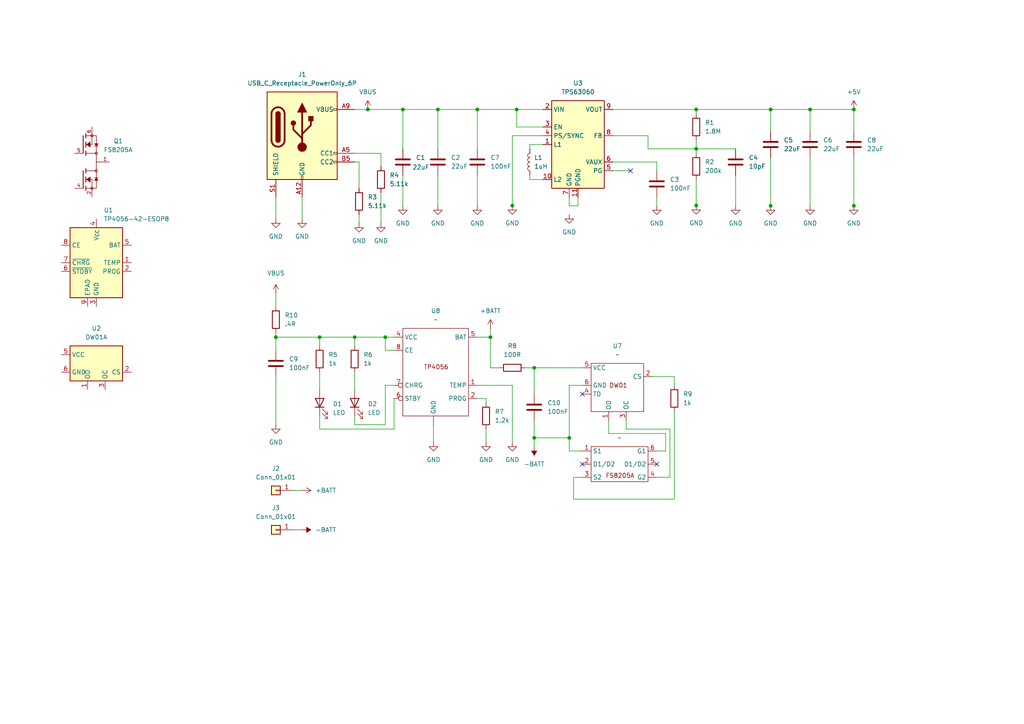
<source format=kicad_sch>
(kicad_sch (version 20250114) (generator "eeschema") (generator_version "9.0")
  (paper "A4")
  (lib_symbols
    (symbol "Battery_Management:DW01A"
      (property "Reference" "U" (at -6.604 6.35 0))
      (property "Value" "DW01A" (at 4.318 6.604 0))
      (symbol "DW01A_0_1"
        (pin power_in line (at -10.16 2.54 0) (length 2.54) (name "VCC") (number "5"))
        (pin power_in line (at -10.16 -2.54 0) (length 2.54) (name "GND") (number "6"))
        (pin output line (at -2.54 -7.62 90) (length 2.54) (name "OD") (number "1"))
        (pin output line (at 2.54 -7.62 90) (length 2.54) (name "OC") (number "3"))
        (pin input line (at 10.16 -2.54 180) (length 2.54) (name "CS") (number "2"))
      )
      (symbol "DW01A_1_1"
        (rectangle (start -7.62 5.08) (end 7.62 -5.08) (stroke (width 0.254)) (fill (type background)))
        (pin no_connect line (at 10.16 2.54 180) (length 2.54) (hide yes) (name "TD") (number "4"))
      )
    )
    (symbol "Battery_Management:TP4056-42-ESOP8"
      (property "Reference" "U" (at -6.604 11.684 0))
      (property "Value" "TP4056-42-ESOP8" (at 10.16 11.684 0))
      (symbol "TP4056-42-ESOP8_1_0"
        (pin input line (at -10.16 5.08 0) (length 2.54) (name "CE") (number "8"))
        (pin open_collector line (at -10.16 0 0) (length 2.54) (name "~{CHRG}") (number "7"))
        (pin open_collector line (at -10.16 -2.54 0) (length 2.54) (name "~{STDBY}") (number "6"))
        (pin passive line (at -2.54 -12.7 90) (length 2.54) (name "EPAD") (number "9"))
        (pin power_in line (at 0 12.7 270) (length 2.54) (name "V_{CC}") (number "4"))
        (pin power_in line (at 0 -12.7 90) (length 2.54) (name "GND") (number "3"))
        (pin power_out line (at 10.16 5.08 180) (length 2.54) (name "BAT") (number "5"))
        (pin input line (at 10.16 0 180) (length 2.54) (name "TEMP") (number "1"))
        (pin passive line (at 10.16 -2.54 180) (length 2.54) (name "PROG") (number "2"))
      )
      (symbol "TP4056-42-ESOP8_1_1"
        (rectangle (start -7.62 10.16) (end 7.62 -10.16) (stroke (width 0.254)) (fill (type background)))
      )
    )
    (symbol "Connector:USB_C_Receptacle_PowerOnly_6P" (pin_names (offset 1.016))
      (property "Reference" "J" (at 0 16.51 0))
      (property "Value" "USB_C_Receptacle_PowerOnly_6P" (at 0 13.97 0))
      (symbol "USB_C_Receptacle_PowerOnly_6P_0_0"
        (rectangle (start -0.254 -12.7) (end 0.254 -11.684))
        (rectangle (start 10.16 7.874) (end 9.144 7.366))
        (rectangle (start 10.16 -4.826) (end 9.144 -5.334))
        (rectangle (start 10.16 -7.366) (end 9.144 -7.874))
      )
      (symbol "USB_C_Receptacle_PowerOnly_6P_0_1"
        (rectangle (start -10.16 12.7) (end 10.16 -12.7) (stroke (width 0.254)) (fill (type background)))
        (polyline (pts (xy -8.89 -1.27) (xy -8.89 6.35)) (stroke (width 0.508)))
        (rectangle (start -7.62 -1.27) (end -6.35 6.35) (stroke (width 0.254)) (fill (type outline)))
        (arc (start -7.62 6.35) (mid -6.985 6.9823) (end -6.35 6.35) (stroke (width 0.254)))
        (arc (start -7.62 6.35) (mid -6.985 6.9823) (end -6.35 6.35) (stroke (width 0.254)) (fill (type outline)))
        (arc (start -8.89 6.35) (mid -6.985 8.2467) (end -5.08 6.35) (stroke (width 0.508)))
        (arc (start -5.08 -1.27) (mid -6.985 -3.1667) (end -8.89 -1.27) (stroke (width 0.508)))
        (arc (start -6.35 -1.27) (mid -6.985 -1.9023) (end -7.62 -1.27) (stroke (width 0.254)))
        (arc (start -6.35 -1.27) (mid -6.985 -1.9023) (end -7.62 -1.27) (stroke (width 0.254)) (fill (type outline)))
        (polyline (pts (xy -5.08 6.35) (xy -5.08 -1.27)) (stroke (width 0.508)))
        (circle (center -2.54 3.683) (radius 0.635) (stroke (width 0.254)) (fill (type outline)))
        (polyline (pts (xy -1.27 6.858) (xy 0 9.398) (xy 1.27 6.858) (xy -1.27 6.858)) (stroke (width 0.254)) (fill (type outline)))
        (polyline (pts (xy 0 0.508) (xy 2.54 3.048) (xy 2.54 4.318)) (stroke (width 0.508)))
        (polyline (pts (xy 0 -0.762) (xy -2.54 1.778) (xy -2.54 3.048)) (stroke (width 0.508)))
        (polyline (pts (xy 0 -3.302) (xy 0 6.858)) (stroke (width 0.508)))
        (circle (center 0 -3.302) (radius 1.27) (fill (type outline)))
        (rectangle (start 1.905 4.318) (end 3.175 5.588) (stroke (width 0.254)) (fill (type outline)))
      )
      (symbol "USB_C_Receptacle_PowerOnly_6P_1_1"
        (pin passive line (at -7.62 -17.78 90) (length 5.08) (name "SHIELD") (number "S1"))
        (pin passive line (at 0 -17.78 90) (length 5.08) (name "GND") (number "A12"))
        (pin passive line (at 0 -17.78 90) (length 5.08) (hide yes) (name "GND") (number "B12"))
        (pin passive line (at 15.24 7.62 180) (length 5.08) (name "VBUS") (number "A9"))
        (pin passive line (at 15.24 7.62 180) (length 5.08) (hide yes) (name "VBUS") (number "B9"))
        (pin bidirectional line (at 15.24 -5.08 180) (length 5.08) (name "CC1") (number "A5"))
        (pin bidirectional line (at 15.24 -7.62 180) (length 5.08) (name "CC2") (number "B5"))
      )
    )
    (symbol "Connector_Generic:Conn_01x01" (pin_names (offset 1.016) (hide yes))
      (property "Reference" "J" (at 0 2.54 0))
      (property "Value" "Conn_01x01" (at 0 -2.54 0))
      (symbol "Conn_01x01_1_1"
        (rectangle (start -1.27 1.27) (end 1.27 -1.27) (stroke (width 0.254)) (fill (type background)))
        (rectangle (start -1.27 0.127) (end 0 -0.127) (stroke (width 0.1524)))
        (pin passive line (at -5.08 0 0) (length 3.81) (name "Pin_1") (number "1"))
      )
    )
    (symbol "Device:C" (pin_numbers (hide yes)) (pin_names (offset 0.254))
      (property "Reference" "C" (at 0.635 2.54 0))
      (property "Value" "C" (at 0.635 -2.54 0))
      (symbol "C_0_1"
        (polyline (pts (xy -2.032 0.762) (xy 2.032 0.762)) (stroke (width 0.508)))
        (polyline (pts (xy -2.032 -0.762) (xy 2.032 -0.762)) (stroke (width 0.508)))
      )
      (symbol "C_1_1"
        (pin passive line (at 0 3.81 270) (length 2.794) (name "~") (number "1"))
        (pin passive line (at 0 -3.81 90) (length 2.794) (name "~") (number "2"))
      )
    )
    (symbol "Device:L" (pin_numbers (hide yes)) (pin_names (offset 1.016) (hide yes))
      (property "Reference" "L" (at -1.27 0 90))
      (property "Value" "L" (at 1.905 0 90))
      (symbol "L_0_1"
        (arc (start 0 2.54) (mid 0.6323 1.905) (end 0 1.27))
        (arc (start 0 1.27) (mid 0.6323 0.635) (end 0 0))
        (arc (start 0 0) (mid 0.6323 -0.635) (end 0 -1.27))
        (arc (start 0 -1.27) (mid 0.6323 -1.905) (end 0 -2.54))
      )
      (symbol "L_1_1"
        (pin passive line (at 0 3.81 270) (length 1.27) (name "1") (number "1"))
        (pin passive line (at 0 -3.81 90) (length 1.27) (name "2") (number "2"))
      )
    )
    (symbol "Device:LED" (pin_numbers (hide yes)) (pin_names (offset 1.016) (hide yes))
      (property "Reference" "D" (at 0 2.54 0))
      (property "Value" "LED" (at 0 -2.54 0))
      (symbol "LED_0_1"
        (polyline (pts (xy -3.048 -0.762) (xy -4.572 -2.286) (xy -3.81 -2.286) (xy -4.572 -2.286) (xy -4.572 -1.524)))
        (polyline (pts (xy -1.778 -0.762) (xy -3.302 -2.286) (xy -2.54 -2.286) (xy -3.302 -2.286) (xy -3.302 -1.524)))
        (polyline (pts (xy -1.27 0) (xy 1.27 0)))
        (polyline (pts (xy -1.27 -1.27) (xy -1.27 1.27)) (stroke (width 0.254)))
        (polyline (pts (xy 1.27 -1.27) (xy 1.27 1.27) (xy -1.27 0) (xy 1.27 -1.27)) (stroke (width 0.254)))
      )
      (symbol "LED_1_1"
        (pin passive line (at -3.81 0 0) (length 2.54) (name "K") (number "1"))
        (pin passive line (at 3.81 0 180) (length 2.54) (name "A") (number "2"))
      )
    )
    (symbol "Device:R" (pin_numbers (hide yes)) (pin_names (offset 0))
      (property "Reference" "R" (at 2.032 0 90))
      (property "Value" "R" (at 0 0 90))
      (symbol "R_0_1"
        (rectangle (start -1.016 -2.54) (end 1.016 2.54) (stroke (width 0.254)))
      )
      (symbol "R_1_1"
        (pin passive line (at 0 3.81 270) (length 1.27) (name "~") (number "1"))
        (pin passive line (at 0 -3.81 90) (length 1.27) (name "~") (number "2"))
      )
    )
    (symbol "FS8205:FS8205A" (pin_names (offset 1.016))
      (property "Reference" "Q" (at -11.43 7.62 0))
      (property "Value" "FS8205A" (at -11.43 -12.7 0))
      (symbol "FS8205A_0_0"
        (polyline (pts (xy -2.54 7.62) (xy -2.54 2.54)) (stroke (width 0.254)))
        (polyline (pts (xy -2.54 -2.54) (xy -2.54 -7.62)) (stroke (width 0.254)))
        (polyline (pts (xy -1.778 8.255) (xy -1.778 7.62)) (stroke (width 0.254)))
        (polyline (pts (xy -1.778 7.62) (xy -1.778 6.985)) (stroke (width 0.254)))
        (polyline (pts (xy -1.778 7.62) (xy 1.27 7.62)) (stroke (width 0.1524)))
        (polyline (pts (xy -1.778 5.842) (xy -1.778 5.08)) (stroke (width 0.254)))
        (polyline (pts (xy -1.778 5.08) (xy -1.778 4.318)) (stroke (width 0.254)))
        (polyline (pts (xy -1.778 5.08) (xy 0 5.08)) (stroke (width 0.1524)))
        (polyline (pts (xy -1.778 3.175) (xy -1.778 2.54)) (stroke (width 0.254)))
        (polyline (pts (xy -1.778 2.54) (xy -1.778 1.905)) (stroke (width 0.254)))
        (polyline (pts (xy -1.778 -1.905) (xy -1.778 -2.54)) (stroke (width 0.254)))
        (polyline (pts (xy -1.778 -2.54) (xy -1.778 -3.175)) (stroke (width 0.254)))
        (polyline (pts (xy -1.778 -2.54) (xy 1.27 -2.54)) (stroke (width 0.1524)))
        (polyline (pts (xy -1.778 -4.318) (xy -1.778 -5.08)) (stroke (width 0.254)))
        (polyline (pts (xy -1.778 -5.08) (xy -1.778 -5.842)) (stroke (width 0.254)))
        (polyline (pts (xy -1.778 -5.08) (xy 0 -5.08)) (stroke (width 0.1524)))
        (polyline (pts (xy -1.778 -6.985) (xy -1.778 -7.62)) (stroke (width 0.254)))
        (polyline (pts (xy -1.778 -7.62) (xy -1.778 -8.255)) (stroke (width 0.254)))
        (polyline (pts (xy -1.524 5.08) (xy -0.508 5.842) (xy -0.508 4.318) (xy -1.524 5.08)) (stroke (width 0.1524)) (fill (type outline)))
        (polyline (pts (xy -1.524 -5.08) (xy -0.508 -4.318) (xy -0.508 -5.842) (xy -1.524 -5.08)) (stroke (width 0.1524)) (fill (type outline)))
        (circle (center 0 7.62) (radius 0.3592))
        (polyline (pts (xy 0 7.62) (xy 0 5.08)) (stroke (width 0.1524)))
        (polyline (pts (xy 0 -5.08) (xy 0 -7.62)) (stroke (width 0.1524)))
        (polyline (pts (xy 0 -7.62) (xy -1.778 -7.62)) (stroke (width 0.1524)))
        (polyline (pts (xy 0 -7.62) (xy 1.27 -7.62)) (stroke (width 0.1524)))
        (circle (center 0 -7.62) (radius 0.3592))
        (polyline (pts (xy 0.762 4.572) (xy 1.27 4.572)) (stroke (width 0.1524)))
        (polyline (pts (xy 1.27 4.572) (xy 1.27 7.62)) (stroke (width 0.1524)))
        (polyline (pts (xy 1.27 4.572) (xy 1.778 4.572)) (stroke (width 0.1524)))
        (polyline (pts (xy 1.27 4.572) (xy 1.778 5.334) (xy 0.762 5.334) (xy 1.27 4.572)) (stroke (width 0.1524)) (fill (type outline)))
        (polyline (pts (xy 1.27 2.54) (xy -1.778 2.54)) (stroke (width 0.1524)))
        (polyline (pts (xy 1.27 2.54) (xy 1.27 4.572)) (stroke (width 0.1524)))
        (circle (center 1.27 2.54) (radius 0.3592))
        (polyline (pts (xy 1.27 0) (xy 1.27 2.54)) (stroke (width 0.1524)))
        (polyline (pts (xy 1.27 0) (xy 2.54 0)) (stroke (width 0.1524)))
        (polyline (pts (xy 1.27 -2.54) (xy 1.27 0)) (stroke (width 0.1524)))
        (polyline (pts (xy 1.27 -2.54) (xy 1.27 -4.572)) (stroke (width 0.1524)))
        (circle (center 1.27 -2.54) (radius 0.3592))
        (polyline (pts (xy 1.27 -4.572) (xy 0.762 -4.572)) (stroke (width 0.1524)))
        (polyline (pts (xy 1.27 -4.572) (xy 1.27 -7.62)) (stroke (width 0.1524)))
        (polyline (pts (xy 1.27 -4.572) (xy 0.762 -5.334) (xy 1.778 -5.334) (xy 1.27 -4.572)) (stroke (width 0.1524)) (fill (type outline)))
        (polyline (pts (xy 1.778 -4.572) (xy 1.27 -4.572)) (stroke (width 0.1524)))
        (pin passive line (at -5.08 2.54 0) (length 2.54) (name "~") (number "5"))
        (pin passive line (at -5.08 -7.62 0) (length 2.54) (name "~") (number "4"))
        (pin passive line (at 0 10.16 270) (length 2.54) (name "~") (number "6"))
        (pin passive line (at 0 10.16 270) (length 2.54) (hide yes) (name "~") (number "7"))
        (pin passive line (at 0 -10.16 90) (length 2.54) (name "~") (number "2"))
        (pin passive line (at 0 -10.16 90) (length 2.54) (hide yes) (name "~") (number "3"))
        (pin passive line (at 5.08 0 180) (length 2.54) (name "~") (number "1"))
        (pin passive line (at 5.08 0 180) (length 2.54) (hide yes) (name "~") (number "8"))
      )
    )
    (symbol "Regulator_Switching:TPS63060"
      (property "Reference" "U" (at -7.62 13.97 0))
      (property "Value" "TPS63060" (at 2.54 13.97 0))
      (symbol "TPS63060_0_1"
        (rectangle (start -7.62 12.7) (end 7.62 -12.7) (stroke (width 0.254)) (fill (type background)))
      )
      (symbol "TPS63060_1_1"
        (pin power_in line (at -10.16 10.16 0) (length 2.54) (name "VIN") (number "2"))
        (pin input line (at -10.16 5.08 0) (length 2.54) (name "EN") (number "3"))
        (pin input line (at -10.16 2.54 0) (length 2.54) (name "PS/SYNC") (number "4"))
        (pin input line (at -10.16 0 0) (length 2.54) (name "L1") (number "1"))
        (pin input line (at -10.16 -10.16 0) (length 2.54) (name "L2") (number "10"))
        (pin power_in line (at -2.54 -15.24 90) (length 2.54) (name "GND") (number "7"))
        (pin power_in line (at 0 -15.24 90) (length 2.54) (name "PGND") (number "11"))
        (pin power_out line (at 10.16 10.16 180) (length 2.54) (name "VOUT") (number "9"))
        (pin input line (at 10.16 2.54 180) (length 2.54) (name "FB") (number "8"))
        (pin passive line (at 10.16 -5.08 180) (length 2.54) (name "VAUX") (number "6"))
        (pin output line (at 10.16 -7.62 180) (length 2.54) (name "PG") (number "5"))
      )
    )
    (symbol "TP4056-1:DW01"
      (property "Reference" "U" (at 5.334 3.302 0))
      (symbol "DW01_0_1"
        (rectangle (start -2.54 1.27) (end 12.7 -12.7))
      )
      (symbol "DW01_1_1"
        (text "DW01" (at 5.334 -5.08 0) (effects (font (size 1.27 1.27))))
        (pin output line (at -5.08 0 0) (length 2.54) (name "VCC") (number "5"))
        (pin output line (at -5.08 -5.08 0) (length 2.54) (name "GND") (number "6"))
        (pin output line (at -5.08 -7.62 0) (length 2.54) (name "TD") (number "4"))
        (pin output line (at 2.54 -15.24 90) (length 2.54) (name "OD") (number "1"))
        (pin output line (at 7.62 -15.24 90) (length 2.54) (name "OC") (number "3"))
        (pin output line (at 15.24 -2.54 180) (length 2.54) (name "CS") (number "2"))
      )
    )
    (symbol "TP4056-1:FS8205A"
      (property "Reference" "U" (at 5.842 1.778 0))
      (symbol "FS8205A_0_1"
        (rectangle (start -2.54 -10.16) (end 13.97 0))
      )
      (symbol "FS8205A_1_1"
        (text "FS8205A" (at 5.842 -8.382 0) (effects (font (size 1.27 1.27))))
        (pin output line (at -5.08 -1.27 0) (length 2.54) (name "S1") (number "1"))
        (pin output line (at -5.08 -5.08 0) (length 2.54) (name "D1/D2") (number "2"))
        (pin output line (at -5.08 -8.89 0) (length 2.54) (name "S2") (number "3"))
        (pin output line (at 16.51 -1.27 180) (length 2.54) (name "G1") (number "6"))
        (pin output line (at 16.51 -5.08 180) (length 2.54) (name "D1/D2") (number "5"))
        (pin output line (at 16.51 -8.89 180) (length 2.54) (name "G2") (number "4"))
      )
    )
    (symbol "TP4056_1"
      (property "Reference" "U" (at 5.588 1.524 0))
      (symbol "TP4056_1_0_1"
        (rectangle (start -3.81 0) (end 15.24 -25.4))
      )
      (symbol "TP4056_1_1_1"
        (text "TP4056\n" (at 5.842 -11.176 0) (effects (font (size 1.27 1.27))))
        (pin input line (at -6.35 -2.54 0) (length 2.54) (name "VCC") (number "4"))
        (pin input line (at -6.35 -6.35 0) (length 2.54) (name "CE") (number "8"))
        (pin input inverted (at -6.35 -16.51 0) (length 2.54) (name "CHRG") (number "7"))
        (pin input inverted (at -6.35 -20.32 0) (length 2.54) (name "STBY") (number "6"))
        (pin output line (at 5.08 -27.94 90) (length 2.54) (name "GND") (number ""))
        (pin output line (at 17.78 -2.54 180) (length 2.54) (name "BAT") (number "5"))
        (pin output line (at 17.78 -16.51 180) (length 2.54) (name "TEMP") (number "1"))
        (pin output line (at 17.78 -20.32 180) (length 2.54) (name "PROG") (number "2"))
      )
    )
    (symbol "power:+5V" (power) (pin_numbers (hide yes)) (pin_names (offset 0) (hide yes))
      (property "Value" "+5V" (at 0 3.556 0))
      (symbol "+5V_0_1"
        (polyline (pts (xy -0.762 1.27) (xy 0 2.54)))
        (polyline (pts (xy 0 2.54) (xy 0.762 1.27)))
        (polyline (pts (xy 0 0) (xy 0 2.54)))
      )
      (symbol "+5V_1_1"
        (pin power_in line (at 0 0 90) (length 0) (name "~") (number "1"))
      )
    )
    (symbol "power:+BATT" (power) (pin_numbers (hide yes)) (pin_names (offset 0) (hide yes))
      (property "Value" "+BATT" (at 0 3.556 0))
      (symbol "+BATT_0_1"
        (polyline (pts (xy -0.762 1.27) (xy 0 2.54)))
        (polyline (pts (xy 0 2.54) (xy 0.762 1.27)))
        (polyline (pts (xy 0 0) (xy 0 2.54)))
      )
      (symbol "+BATT_1_1"
        (pin power_in line (at 0 0 90) (length 0) (name "~") (number "1"))
      )
    )
    (symbol "power:-BATT" (power) (pin_numbers (hide yes)) (pin_names (offset 0) (hide yes))
      (property "Value" "-BATT" (at 0 3.556 0))
      (symbol "-BATT_0_1"
        (polyline (pts (xy 0 0) (xy 0 2.54)))
        (polyline (pts (xy 0.762 1.27) (xy -0.762 1.27) (xy 0 2.54) (xy 0.762 1.27)) (fill (type outline)))
      )
      (symbol "-BATT_1_1"
        (pin power_in line (at 0 0 90) (length 0) (name "~") (number "1"))
      )
    )
    (symbol "power:GND" (power) (pin_numbers (hide yes)) (pin_names (offset 0) (hide yes))
      (property "Value" "GND" (at 0 -3.81 0))
      (symbol "GND_0_1"
        (polyline (pts (xy 0 0) (xy 0 -1.27) (xy 1.27 -1.27) (xy 0 -2.54) (xy -1.27 -1.27) (xy 0 -1.27)))
      )
      (symbol "GND_1_1"
        (pin power_in line (at 0 0 270) (length 0) (name "~") (number "1"))
      )
    )
    (symbol "power:VBUS" (power) (pin_numbers (hide yes)) (pin_names (offset 0) (hide yes))
      (property "Value" "VBUS" (at 0 3.556 0))
      (symbol "VBUS_0_1"
        (polyline (pts (xy -0.762 1.27) (xy 0 2.54)))
        (polyline (pts (xy 0 2.54) (xy 0.762 1.27)))
        (polyline (pts (xy 0 0) (xy 0 2.54)))
      )
      (symbol "VBUS_1_1"
        (pin power_in line (at 0 0 90) (length 0) (name "~") (number "1"))
      )
    )
  )
  (junction (at 234.95 31.75))
  (junction (at 247.65 59.6882))
  (junction (at 111.76 97.79))
  (junction (at 201.93 43.18))
  (junction (at 149.86 31.75))
  (junction (at 154.94 127))
  (junction (at 247.65 31.75))
  (junction (at 116.84 31.75))
  (junction (at 201.93 31.75))
  (junction (at 127 31.75))
  (junction (at 201.93 59.5885))
  (junction (at 102.87 97.79))
  (junction (at 148.59 59.6379))
  (junction (at 80.01 97.79))
  (junction (at 106.68 31.75))
  (junction (at 223.52 31.75))
  (junction (at 142.24 97.79))
  (junction (at 92.71 97.79))
  (junction (at 154.94 106.68))
  (junction (at 223.52 59.6882))
  (junction (at 138.43 31.75))
  (junction (at 165.1 127))
  (no_connect (at 182.88 49.53))
  (no_connect (at 168.91 134.62))
  (no_connect (at 190.5 134.62))
  (no_connect (at 168.91 114.3))
  (wire (pts (xy 153.67 43.18) (xy 153.67 41.91)))
  (wire (pts (xy 165.1 59.69) (xy 167.64 59.69)))
  (wire (pts (xy 190.5 49.53) (xy 190.5 46.99)))
  (wire (pts (xy 127 31.75) (xy 138.43 31.75)))
  (wire (pts (xy 194.31 124.46) (xy 194.31 138.43)))
  (wire (pts (xy 148.59 111.76) (xy 148.59 128.27)))
  (wire (pts (xy 140.97 124.46) (xy 140.97 128.27)))
  (wire (pts (xy 92.71 97.79) (xy 92.71 100.33)))
  (wire (pts (xy 85.09 142.24) (xy 87.63 142.24)))
  (wire (pts (xy 149.86 31.75) (xy 157.48 31.75)))
  (wire (pts (xy 195.58 111.76) (xy 195.58 109.22)))
  (wire (pts (xy 106.68 31.75) (xy 116.84 31.75)))
  (wire (pts (xy 154.94 106.68) (xy 168.91 106.68)))
  (wire (pts (xy 154.94 127) (xy 165.1 127)))
  (wire (pts (xy 223.52 31.75) (xy 223.52 38.1)))
  (wire (pts (xy 110.49 48.26) (xy 110.49 44.45)))
  (wire (pts (xy 138.43 50.8) (xy 138.43 59.69)))
  (wire (pts (xy 153.67 52.07) (xy 153.67 50.8)))
  (wire (pts (xy 104.14 46.99) (xy 102.87 46.99)))
  (wire (pts (xy 80.01 109.22) (xy 80.01 123.19)))
  (wire (pts (xy 138.43 31.75) (xy 138.43 43.18)))
  (wire (pts (xy 142.24 106.68) (xy 142.24 97.79)))
  (wire (pts (xy 213.36 50.8) (xy 213.36 59.69)))
  (wire (pts (xy 157.48 36.83) (xy 149.86 36.83)))
  (wire (pts (xy 190.5 46.99) (xy 177.8 46.99)))
  (wire (pts (xy 176.53 125.73) (xy 176.53 121.92)))
  (wire (pts (xy 140.97 115.57) (xy 138.43 115.57)))
  (wire (pts (xy 102.87 107.95) (xy 102.87 113.03)))
  (wire (pts (xy 116.84 31.75) (xy 127 31.75)))
  (wire (pts (xy 116.84 50.8) (xy 116.84 59.69)))
  (wire (pts (xy 157.48 52.07) (xy 153.67 52.07)))
  (wire (pts (xy 85.09 153.67) (xy 87.63 153.67)))
  (wire (pts (xy 166.37 138.43) (xy 166.37 144.78)))
  (wire (pts (xy 111.76 101.6) (xy 111.76 97.79)))
  (wire (pts (xy 111.76 111.76) (xy 111.76 123.19)))
  (wire (pts (xy 187.96 43.18) (xy 201.93 43.18)))
  (wire (pts (xy 181.61 121.92) (xy 181.61 124.46)))
  (wire (pts (xy 167.64 57.15) (xy 167.64 59.69)))
  (wire (pts (xy 114.3 124.46) (xy 92.71 124.46)))
  (wire (pts (xy 201.93 31.75) (xy 201.93 33.02)))
  (wire (pts (xy 168.91 111.76) (xy 165.1 111.76)))
  (wire (pts (xy 193.04 130.81) (xy 193.04 125.73)))
  (wire (pts (xy 154.94 127) (xy 154.94 129.54)))
  (wire (pts (xy 194.31 138.43) (xy 190.5 138.43)))
  (wire (pts (xy 110.49 44.45) (xy 102.87 44.45)))
  (wire (pts (xy 114.3 97.79) (xy 111.76 97.79)))
  (wire (pts (xy 187.96 39.37) (xy 187.96 43.18)))
  (wire (pts (xy 154.94 121.92) (xy 154.94 127)))
  (wire (pts (xy 165.1 130.81) (xy 168.91 130.81)))
  (wire (pts (xy 148.59 39.37) (xy 148.59 59.6379)))
  (wire (pts (xy 80.01 97.79) (xy 80.01 101.6)))
  (wire (pts (xy 223.52 45.72) (xy 223.52 59.6882)))
  (wire (pts (xy 223.52 31.75) (xy 234.95 31.75)))
  (wire (pts (xy 80.01 96.52) (xy 80.01 97.79)))
  (wire (pts (xy 234.95 31.75) (xy 247.65 31.75)))
  (wire (pts (xy 114.3 115.57) (xy 114.3 124.46)))
  (wire (pts (xy 177.8 39.37) (xy 187.96 39.37)))
  (wire (pts (xy 201.93 43.18) (xy 201.93 44.45)))
  (wire (pts (xy 104.14 46.99) (xy 104.14 54.61)))
  (wire (pts (xy 92.71 97.79) (xy 80.01 97.79)))
  (wire (pts (xy 92.71 107.95) (xy 92.71 113.03)))
  (wire (pts (xy 223.52 59.6882) (xy 223.52 59.69)))
  (wire (pts (xy 138.43 111.76) (xy 148.59 111.76)))
  (wire (pts (xy 80.01 85.09) (xy 80.01 88.9)))
  (wire (pts (xy 201.93 31.75) (xy 223.52 31.75)))
  (wire (pts (xy 153.67 41.91) (xy 157.48 41.91)))
  (wire (pts (xy 102.87 97.79) (xy 102.87 100.33)))
  (wire (pts (xy 102.87 97.79) (xy 92.71 97.79)))
  (wire (pts (xy 127 43.18) (xy 127 31.75)))
  (wire (pts (xy 177.8 49.53) (xy 182.88 49.53)))
  (wire (pts (xy 127 50.8) (xy 127 59.69)))
  (wire (pts (xy 201.93 43.18) (xy 213.36 43.18)))
  (wire (pts (xy 177.8 31.75) (xy 201.93 31.75)))
  (wire (pts (xy 201.93 43.18) (xy 201.93 40.64)))
  (wire (pts (xy 111.76 97.79) (xy 102.87 97.79)))
  (wire (pts (xy 110.49 55.88) (xy 110.49 64.77)))
  (wire (pts (xy 181.61 124.46) (xy 194.31 124.46)))
  (wire (pts (xy 166.37 144.78) (xy 195.58 144.78)))
  (wire (pts (xy 102.87 31.75) (xy 106.68 31.75)))
  (wire (pts (xy 148.59 59.6379) (xy 148.59 59.69)))
  (wire (pts (xy 114.3 111.76) (xy 111.76 111.76)))
  (wire (pts (xy 144.78 106.68) (xy 142.24 106.68)))
  (wire (pts (xy 104.14 62.23) (xy 104.14 64.77)))
  (wire (pts (xy 193.04 125.73) (xy 176.53 125.73)))
  (wire (pts (xy 165.1 57.15) (xy 165.1 59.69)))
  (wire (pts (xy 80.01 57.15) (xy 80.01 63.5)))
  (wire (pts (xy 152.4 106.68) (xy 154.94 106.68)))
  (wire (pts (xy 154.94 106.68) (xy 154.94 114.3)))
  (wire (pts (xy 165.1 111.76) (xy 165.1 127)))
  (wire (pts (xy 142.24 95.25) (xy 142.24 97.79)))
  (wire (pts (xy 140.97 116.84) (xy 140.97 115.57)))
  (wire (pts (xy 157.48 39.37) (xy 148.59 39.37)))
  (wire (pts (xy 168.91 138.43) (xy 166.37 138.43)))
  (wire (pts (xy 111.76 123.19) (xy 102.87 123.19)))
  (wire (pts (xy 149.86 36.83) (xy 149.86 31.75)))
  (wire (pts (xy 190.5 130.81) (xy 193.04 130.81)))
  (wire (pts (xy 201.93 59.5885) (xy 201.93 59.69)))
  (wire (pts (xy 125.73 123.19) (xy 125.73 128.27)))
  (wire (pts (xy 247.65 59.6882) (xy 247.65 59.69)))
  (wire (pts (xy 92.71 124.46) (xy 92.71 120.65)))
  (wire (pts (xy 195.58 144.78) (xy 195.58 119.38)))
  (wire (pts (xy 195.58 109.22) (xy 189.23 109.22)))
  (wire (pts (xy 234.95 31.75) (xy 234.95 38.1)))
  (wire (pts (xy 190.5 57.15) (xy 190.5 59.69)))
  (wire (pts (xy 102.87 123.19) (xy 102.87 120.65)))
  (wire (pts (xy 138.43 97.79) (xy 142.24 97.79)))
  (wire (pts (xy 247.65 31.75) (xy 247.65 38.1)))
  (wire (pts (xy 87.63 57.15) (xy 87.63 63.5)))
  (wire (pts (xy 201.93 52.07) (xy 201.93 59.5885)))
  (wire (pts (xy 116.84 43.18) (xy 116.84 31.75)))
  (wire (pts (xy 138.43 31.75) (xy 149.86 31.75)))
  (wire (pts (xy 165.1 127) (xy 165.1 130.81)))
  (wire (pts (xy 234.95 45.72) (xy 234.95 59.69)))
  (wire (pts (xy 247.65 45.72) (xy 247.65 59.6882)))
  (wire (pts (xy 114.3 101.6) (xy 111.76 101.6)))
  (symbol (lib_id "power:GND") (at 234.95 59.69 0) (unit 1)
    (property "Reference" "#PWR014" (effects (hide yes)))
    (property "Value" "GND" (at 234.95 64.77 0))
    (property "Description" "Power symbol creates a global label with name \"GND\" , ground" (effects (hide yes)))
  )
  (symbol (lib_id "power:GND") (at 201.93 59.5885 0) (unit 1)
    (property "Reference" "#PWR011" (effects (hide yes)))
    (property "Value" "GND" (at 201.93 64.6685 0))
    (property "Description" "Power symbol creates a global label with name \"GND\" , ground" (effects (hide yes)))
  )
  (symbol (lib_id "Device:L") (at 153.67 46.99 180) (unit 1)
    (property "Reference" "L1" (at 154.94 45.7199 0) (effects (justify right)))
    (property "Value" "1uH" (at 154.94 48.2599 0) (effects (justify right)))
    (property "Footprint" "Inductor_SMD:L_Coilcraft_XAL4020-XXX" (effects (hide yes)))
    (property "Description" "Inductor" (effects (hide yes)))
  )
  (symbol (lib_id "Device:R") (at 195.58 115.57 0) (unit 1)
    (property "Reference" "R9" (at 198.12 114.2999 0) (effects (justify left)))
    (property "Value" "1k" (at 198.12 116.8399 0) (effects (justify left)))
    (property "Description" "Resistor" (effects (hide yes)))
  )
  (symbol (lib_id "Device:C") (at 223.52 41.91 0) (unit 1)
    (property "Reference" "C5" (at 227.33 40.6399 0) (effects (justify left)))
    (property "Value" "22uF" (at 227.33 43.1799 0) (effects (justify left)))
    (property "Footprint" "Capacitor_SMD:C_0805_2012Metric" (effects (hide yes)))
    (property "Description" "Unpolarized capacitor" (effects (hide yes)))
  )
  (symbol (lib_id "power:+BATT") (at 87.63 142.24 270) (unit 1)
    (property "Reference" "#PWR026" (effects (hide yes)))
    (property "Value" "+BATT" (at 91.44 142.2399 90) (effects (justify left)))
    (property "Description" "Power symbol creates a global label with name \"+BATT\"" (effects (hide yes)))
  )
  (symbol (lib_id "power:GND") (at 87.63 63.5 0) (unit 1)
    (property "Reference" "#PWR01" (effects (hide yes)))
    (property "Value" "GND" (at 87.63 68.58 0))
    (property "Description" "Power symbol creates a global label with name \"GND\" , ground" (effects (hide yes)))
  )
  (symbol (lib_id "power:-BATT") (at 154.94 129.54 180) (unit 1)
    (property "Reference" "#PWR023" (effects (hide yes)))
    (property "Value" "-BATT" (at 154.94 134.62 0))
    (property "Description" "Power symbol creates a global label with name \"-BATT\"" (effects (hide yes)))
  )
  (symbol (lib_id "Device:C") (at 247.65 41.91 0) (unit 1)
    (property "Reference" "C8" (at 251.46 40.6399 0) (effects (justify left)))
    (property "Value" "22uF" (at 251.46 43.1799 0) (effects (justify left)))
    (property "Footprint" "Capacitor_SMD:C_0805_2012Metric" (effects (hide yes)))
    (property "Description" "Unpolarized capacitor" (effects (hide yes)))
  )
  (symbol (lib_id "power:GND") (at 80.01 63.5 0) (unit 1)
    (property "Reference" "#PWR04" (effects (hide yes)))
    (property "Value" "GND" (at 80.01 68.58 0))
    (property "Description" "Power symbol creates a global label with name \"GND\" , ground" (effects (hide yes)))
  )
  (symbol (lib_id "Regulator_Switching:TPS63060") (at 167.64 41.91 0) (unit 1)
    (property "Reference" "U3" (at 167.64 24.13 0))
    (property "Value" "TPS63060" (at 167.64 26.67 0))
    (property "Footprint" "Package_SON:Texas_S-PWSON-N10_ThermalVias" (effects (hide yes)))
    (property "Datasheet" "http://www.ti.com/lit/ds/symlink/tps63060.pdf" (effects (hide yes)))
    (property "Description" "Buck-Boost Converter, 2.5-12V Input Voltage, 2-A Switch Current, Adjustable 2.5-8V Output Voltage, S-PWSON-N10" (effects (hide yes)))
  )
  (symbol (lib_id "power:+BATT") (at 142.24 95.25 0) (unit 1)
    (property "Reference" "#PWR024" (effects (hide yes)))
    (property "Value" "+BATT" (at 142.24 90.17 0))
    (property "Description" "Power symbol creates a global label with name \"+BATT\"" (effects (hide yes)))
  )
  (symbol (lib_id "Connector_Generic:Conn_01x01") (at 80.01 142.24 180) (unit 1)
    (property "Reference" "J2" (at 80.01 135.89 0))
    (property "Value" "Conn_01x01" (at 80.01 138.43 0))
    (property "Description" "Generic connector, single row, 01x01, script generated (kicad-library-utils/schlib/autogen/connector/)" (effects (hide yes)))
  )
  (symbol (lib_id "Device:R") (at 140.97 120.65 0) (unit 1)
    (property "Reference" "R7" (at 143.51 119.3799 0) (effects (justify left)))
    (property "Value" "1.2k" (at 143.51 121.9199 0) (effects (justify left)))
    (property "Description" "Resistor" (effects (hide yes)))
  )
  (symbol (lib_id "Device:R") (at 110.49 52.07 0) (unit 1)
    (property "Reference" "R4" (at 113.03 50.7999 0) (effects (justify left)))
    (property "Value" "5.11k" (at 113.03 53.3399 0) (effects (justify left)))
    (property "Footprint" "Resistor_SMD:R_0402_1005Metric" (effects (hide yes)))
    (property "Description" "Resistor" (effects (hide yes)))
  )
  (symbol (lib_id "Device:C") (at 127 46.99 0) (unit 1)
    (property "Reference" "C2" (at 130.81 45.7199 0) (effects (justify left)))
    (property "Value" "22uF" (at 130.81 48.2599 0) (effects (justify left)))
    (property "Footprint" "Capacitor_SMD:C_0805_2012Metric" (effects (hide yes)))
    (property "Description" "Unpolarized capacitor" (effects (hide yes)))
  )
  (symbol (lib_id "power:GND") (at 165.1 62.23 0) (unit 1)
    (property "Reference" "#PWR09" (effects (hide yes)))
    (property "Value" "GND" (at 165.1 67.31 0))
    (property "Description" "Power symbol creates a global label with name \"GND\" , ground" (effects (hide yes)))
  )
  (symbol (lib_id "power:GND") (at 223.52 59.6882 0) (unit 1)
    (property "Reference" "#PWR013" (effects (hide yes)))
    (property "Value" "GND" (at 223.52 64.7682 0))
    (property "Description" "Power symbol creates a global label with name \"GND\" , ground" (effects (hide yes)))
  )
  (symbol (lib_id "power:GND") (at 138.43 59.69 0) (unit 1)
    (property "Reference" "#PWR07" (effects (hide yes)))
    (property "Value" "GND" (at 138.43 64.77 0))
    (property "Description" "Power symbol creates a global label with name \"GND\" , ground" (effects (hide yes)))
  )
  (symbol (lib_id "Device:R") (at 92.71 104.14 0) (unit 1)
    (property "Reference" "R5" (at 95.25 102.8699 0) (effects (justify left)))
    (property "Value" "1k" (at 95.25 105.4099 0) (effects (justify left)))
    (property "Description" "Resistor" (effects (hide yes)))
  )
  (symbol (lib_id "power:VBUS") (at 80.01 85.09 0) (unit 1)
    (property "Reference" "#PWR018" (effects (hide yes)))
    (property "Value" "VBUS" (at 80.01 79.248 0))
    (property "Description" "Power symbol creates a global label with name \"VBUS\"" (effects (hide yes)))
  )
  (symbol (lib_id "power:GND") (at 148.59 128.27 0) (unit 1)
    (property "Reference" "#PWR020" (effects (hide yes)))
    (property "Value" "GND" (at 148.59 133.35 0))
    (property "Description" "Power symbol creates a global label with name \"GND\" , ground" (effects (hide yes)))
  )
  (symbol (lib_name "TP4056_1") (lib_id "TP4056-1:TP4056") (at 120.65 95.25 0) (unit 1)
    (property "Reference" "U8" (at 126.365 90.17 0))
    (property "Value" "~" (at 126.365 92.71 0))
  )
  (symbol (lib_id "power:GND") (at 148.59 59.6379 0) (unit 1)
    (property "Reference" "#PWR08" (effects (hide yes)))
    (property "Value" "GND" (at 148.59 64.7179 0))
    (property "Description" "Power symbol creates a global label with name \"GND\" , ground" (effects (hide yes)))
  )
  (symbol (lib_id "power:+5V") (at 247.65 31.75 0) (unit 1)
    (property "Reference" "#PWR02" (effects (hide yes)))
    (property "Value" "+5V" (at 247.65 26.67 0))
    (property "Description" "Power symbol creates a global label with name \"+5V\"" (effects (hide yes)))
  )
  (symbol (lib_id "Device:LED") (at 102.87 116.84 90) (unit 1)
    (property "Reference" "D2" (at 106.68 117.1574 90) (effects (justify right)))
    (property "Value" "LED" (at 106.68 119.6974 90) (effects (justify right)))
    (property "Description" "Light emitting diode" (effects (hide yes)))
    (property "Sim.Pins" "1=K 2=A" (effects (hide yes)))
  )
  (symbol (lib_id "Device:C") (at 80.01 105.41 0) (unit 1)
    (property "Reference" "C9" (at 83.82 104.1399 0) (effects (justify left)))
    (property "Value" "100nF" (at 83.82 106.6799 0) (effects (justify left)))
    (property "Description" "Unpolarized capacitor" (effects (hide yes)))
  )
  (symbol (lib_id "Device:R") (at 148.59 106.68 90) (unit 1)
    (property "Reference" "R8" (at 148.59 100.33 90))
    (property "Value" "100R" (at 148.59 102.87 90))
    (property "Description" "Resistor" (effects (hide yes)))
  )
  (symbol (lib_id "power:GND") (at 127 59.69 0) (unit 1)
    (property "Reference" "#PWR06" (effects (hide yes)))
    (property "Value" "GND" (at 127 64.77 0))
    (property "Description" "Power symbol creates a global label with name \"GND\" , ground" (effects (hide yes)))
  )
  (symbol (lib_id "TP4056-1:DW01") (at 173.99 106.68 0) (unit 1)
    (property "Reference" "U7" (at 179.07 100.33 0))
    (property "Value" "~" (at 179.07 102.87 0))
  )
  (symbol (lib_id "power:VBUS") (at 106.68 31.75 0) (unit 1)
    (property "Reference" "#PWR03" (effects (hide yes)))
    (property "Value" "VBUS" (at 106.68 26.67 0))
    (property "Description" "Power symbol creates a global label with name \"VBUS\"" (effects (hide yes)))
  )
  (symbol (lib_id "Device:LED") (at 92.71 116.84 90) (unit 1)
    (property "Reference" "D1" (at 96.52 117.1574 90) (effects (justify right)))
    (property "Value" "LED" (at 96.52 119.6974 90) (effects (justify right)))
    (property "Description" "Light emitting diode" (effects (hide yes)))
    (property "Sim.Pins" "1=K 2=A" (effects (hide yes)))
  )
  (symbol (lib_id "Device:R") (at 201.93 48.26 0) (unit 1)
    (property "Reference" "R2" (at 204.47 46.9899 0) (effects (justify left)))
    (property "Value" "200k" (at 204.47 49.5299 0) (effects (justify left)))
    (property "Footprint" "Resistor_SMD:R_0402_1005Metric" (effects (hide yes)))
    (property "Description" "Resistor" (effects (hide yes)))
  )
  (symbol (lib_id "power:GND") (at 247.65 59.6882 0) (unit 1)
    (property "Reference" "#PWR015" (effects (hide yes)))
    (property "Value" "GND" (at 247.65 64.7682 0))
    (property "Description" "Power symbol creates a global label with name \"GND\" , ground" (effects (hide yes)))
  )
  (symbol (lib_id "Device:C") (at 234.95 41.91 0) (unit 1)
    (property "Reference" "C6" (at 238.76 40.6399 0) (effects (justify left)))
    (property "Value" "22uF" (at 238.76 43.1799 0) (effects (justify left)))
    (property "Footprint" "Capacitor_SMD:C_0805_2012Metric" (effects (hide yes)))
    (property "Description" "Unpolarized capacitor" (effects (hide yes)))
  )
  (symbol (lib_id "power:GND") (at 190.5 59.69 0) (unit 1)
    (property "Reference" "#PWR010" (effects (hide yes)))
    (property "Value" "GND" (at 190.5 64.77 0))
    (property "Description" "Power symbol creates a global label with name \"GND\" , ground" (effects (hide yes)))
  )
  (symbol (lib_id "TP4056-1:FS8205A") (at 173.99 129.54 0) (unit 1)
    (property "Reference" "U6" (effects (hide yes)))
    (property "Value" "~" (at 179.705 127 0))
  )
  (symbol (lib_id "power:GND") (at 110.49 64.77 0) (unit 1)
    (property "Reference" "#PWR017" (effects (hide yes)))
    (property "Value" "GND" (at 110.49 69.85 0))
    (property "Description" "Power symbol creates a global label with name \"GND\" , ground" (effects (hide yes)))
  )
  (symbol (lib_id "Device:C") (at 138.43 46.99 0) (unit 1)
    (property "Reference" "C7" (at 142.24 45.7199 0) (effects (justify left)))
    (property "Value" "100nF" (at 142.24 48.2599 0) (effects (justify left)))
    (property "Footprint" "Capacitor_SMD:C_0402_1005Metric" (effects (hide yes)))
    (property "Description" "Unpolarized capacitor" (effects (hide yes)))
  )
  (symbol (lib_id "Device:R") (at 102.87 104.14 0) (unit 1)
    (property "Reference" "R6" (at 105.41 102.8699 0) (effects (justify left)))
    (property "Value" "1k" (at 105.41 105.4099 0) (effects (justify left)))
    (property "Description" "Resistor" (effects (hide yes)))
  )
  (symbol (lib_id "Device:C") (at 154.94 118.11 0) (unit 1)
    (property "Reference" "C10" (at 158.75 116.8399 0) (effects (justify left)))
    (property "Value" "100nF" (at 158.75 119.3799 0) (effects (justify left)))
    (property "Description" "Unpolarized capacitor" (effects (hide yes)))
  )
  (symbol (lib_id "power:GND") (at 140.97 128.27 0) (unit 1)
    (property "Reference" "#PWR021" (effects (hide yes)))
    (property "Value" "GND" (at 140.97 133.35 0))
    (property "Description" "Power symbol creates a global label with name \"GND\" , ground" (effects (hide yes)))
  )
  (symbol (lib_id "power:GND") (at 80.01 123.19 0) (unit 1)
    (property "Reference" "#PWR022" (effects (hide yes)))
    (property "Value" "GND" (at 80.01 128.27 0))
    (property "Description" "Power symbol creates a global label with name \"GND\" , ground" (effects (hide yes)))
  )
  (symbol (lib_id "Device:R") (at 201.93 36.83 0) (unit 1)
    (property "Reference" "R1" (at 204.47 35.5599 0) (effects (justify left)))
    (property "Value" "1.8M" (at 204.47 38.0999 0) (effects (justify left)))
    (property "Footprint" "Resistor_SMD:R_0402_1005Metric" (effects (hide yes)))
    (property "Description" "Resistor" (effects (hide yes)))
  )
  (symbol (lib_id "Device:C") (at 116.84 46.99 0) (unit 1)
    (property "Reference" "C1" (at 120.65 45.72 0) (effects (justify left)))
    (property "Value" "22uF" (at 119.634 48.514 0) (effects (justify left)))
    (property "Footprint" "Capacitor_SMD:C_0805_2012Metric" (effects (hide yes)))
    (property "Description" "Unpolarized capacitor" (effects (hide yes)))
  )
  (symbol (lib_id "Connector:USB_C_Receptacle_PowerOnly_6P") (at 87.63 39.37 0) (unit 1)
    (property "Reference" "J1" (at 87.63 21.59 0))
    (property "Value" "USB_C_Receptacle_PowerOnly_6P" (at 87.63 24.13 0))
    (property "Footprint" "Connector_USB:USB_C_Receptacle_HRO_TYPE-C-31-M-12" (effects (hide yes)))
    (property "Datasheet" "https://www.usb.org/sites/default/files/documents/usb_type-c.zip" (effects (hide yes)))
    (property "Description" "USB Power-Only 6P Type-C Receptacle connector" (effects (hide yes)))
  )
  (symbol (lib_id "FS8205:FS8205A") (at 26.67 46.99 0) (unit 1)
    (property "Reference" "Q1" (at 34.29 40.9192 0))
    (property "Value" "FS8205A" (at 34.29 43.4592 0))
    (property "Footprint" "FS8205A:SOP65P640X120-8N" (effects (hide yes)))
    (property "MF" "Fortune Semiconductor" (effects (hide yes)))
    (property "MAXIMUM_PACKAGE_HEIGHT" "1.2mm" (effects (hide yes)))
    (property "Package" "Package" (effects (hide yes)))
    (property "Price" "None" (effects (hide yes)))
    (property "Check_prices" "https://www.snapeda.com/parts/FS8205A/Fortune+Semiconductor/view-part/?ref=eda" (effects (hide yes)))
    (property "STANDARD" "IPC 7351B" (effects (hide yes)))
    (property "PARTREV" "1.7" (effects (hide yes)))
    (property "SnapEDA_Link" "https://www.snapeda.com/parts/FS8205A/Fortune+Semiconductor/view-part/?ref=snap" (effects (hide yes)))
    (property "MP" "FS8205A" (effects (hide yes)))
    (property "Availability" "In Stock" (effects (hide yes)))
    (property "MANUFACTURER" "Fortune Semiconductor" (effects (hide yes)))
  )
  (symbol (lib_id "Device:R") (at 80.01 92.71 0) (unit 1)
    (property "Reference" "R10" (at 82.55 91.4399 0) (effects (justify left)))
    (property "Value" ".4R" (at 82.55 93.9799 0) (effects (justify left)))
    (property "Description" "Resistor" (effects (hide yes)))
  )
  (symbol (lib_id "power:GND") (at 213.36 59.69 0) (unit 1)
    (property "Reference" "#PWR012" (effects (hide yes)))
    (property "Value" "GND" (at 213.36 64.77 0))
    (property "Description" "Power symbol creates a global label with name \"GND\" , ground" (effects (hide yes)))
  )
  (symbol (lib_id "Battery_Management:TP4056-42-ESOP8") (at 27.94 76.2 0) (unit 1)
    (property "Reference" "U1" (at 30.0833 60.96 0) (effects (justify left)))
    (property "Value" "TP4056-42-ESOP8" (at 30.0833 63.5 0) (effects (justify left)))
    (property "Footprint" "Package_SO:SOIC-8-1EP_3.9x4.9mm_P1.27mm_EP2.41x3.3mm_ThermalVias" (effects (hide yes)))
    (property "Datasheet" "https://www.lcsc.com/datasheet/lcsc_datasheet_2410121619_TOPPOWER-Nanjing-Extension-Microelectronics-TP4056-42-ESOP8_C16581.pdf" (effects (hide yes)))
    (property "Description" "1A Standalone Linear Li-ion/LiPo single-cell battery charger, 4.2V ±1% charge voltage, VCC = 4.0..8.0V, SOIC-8 (SOP-8)" (effects (hide yes)))
  )
  (symbol (lib_id "power:GND") (at 125.73 128.27 0) (unit 1)
    (property "Reference" "#PWR019" (effects (hide yes)))
    (property "Value" "GND" (at 125.73 133.35 0))
    (property "Description" "Power symbol creates a global label with name \"GND\" , ground" (effects (hide yes)))
  )
  (symbol (lib_id "power:GND") (at 104.14 64.77 0) (unit 1)
    (property "Reference" "#PWR016" (effects (hide yes)))
    (property "Value" "GND" (at 104.14 69.85 0))
    (property "Description" "Power symbol creates a global label with name \"GND\" , ground" (effects (hide yes)))
  )
  (symbol (lib_id "power:GND") (at 116.84 59.69 0) (unit 1)
    (property "Reference" "#PWR05" (effects (hide yes)))
    (property "Value" "GND" (at 116.84 64.77 0))
    (property "Description" "Power symbol creates a global label with name \"GND\" , ground" (effects (hide yes)))
  )
  (symbol (lib_id "Device:C") (at 190.5 53.34 0) (unit 1)
    (property "Reference" "C3" (at 194.31 52.0699 0) (effects (justify left)))
    (property "Value" "100nF" (at 194.31 54.6099 0) (effects (justify left)))
    (property "Footprint" "Capacitor_SMD:C_0402_1005Metric" (effects (hide yes)))
    (property "Description" "Unpolarized capacitor" (effects (hide yes)))
  )
  (symbol (lib_id "Device:C") (at 213.36 46.99 0) (unit 1)
    (property "Reference" "C4" (at 217.17 45.7199 0) (effects (justify left)))
    (property "Value" "10pF" (at 217.17 48.2599 0) (effects (justify left)))
    (property "Footprint" "Capacitor_SMD:C_0402_1005Metric" (effects (hide yes)))
    (property "Description" "Unpolarized capacitor" (effects (hide yes)))
  )
  (symbol (lib_id "power:-BATT") (at 87.63 153.67 270) (unit 1)
    (property "Reference" "#PWR025" (effects (hide yes)))
    (property "Value" "-BATT" (at 91.44 153.6699 90) (effects (justify left)))
    (property "Description" "Power symbol creates a global label with name \"-BATT\"" (effects (hide yes)))
  )
  (symbol (lib_id "Device:R") (at 104.14 58.42 0) (unit 1)
    (property "Reference" "R3" (at 106.68 57.1499 0) (effects (justify left)))
    (property "Value" "5.11k" (at 106.68 59.6899 0) (effects (justify left)))
    (property "Footprint" "Resistor_SMD:R_0402_1005Metric" (effects (hide yes)))
    (property "Description" "Resistor" (effects (hide yes)))
  )
  (symbol (lib_id "Connector_Generic:Conn_01x01") (at 80.01 153.67 180) (unit 1)
    (property "Reference" "J3" (at 80.01 147.32 0))
    (property "Value" "Conn_01x01" (at 80.01 149.86 0))
    (property "Description" "Generic connector, single row, 01x01, script generated (kicad-library-utils/schlib/autogen/connector/)" (effects (hide yes)))
  )
  (symbol (lib_id "Battery_Management:DW01A") (at 27.94 105.41 0) (unit 1)
    (property "Reference" "U2" (at 27.94 95.25 0))
    (property "Value" "DW01A" (at 27.94 97.79 0))
    (property "Footprint" "Package_TO_SOT_SMD:SOT-23-6" (effects (hide yes)))
    (property "Datasheet" "https://hmsemi.com/downfile/DW01A.PDF" (effects (hide yes)))
    (property "Description" "Overcharge, overcurrent and overdischarge protection IC for single cell lithium-ion/polymer battery" (effects (hide yes)))
  )
)
</source>
